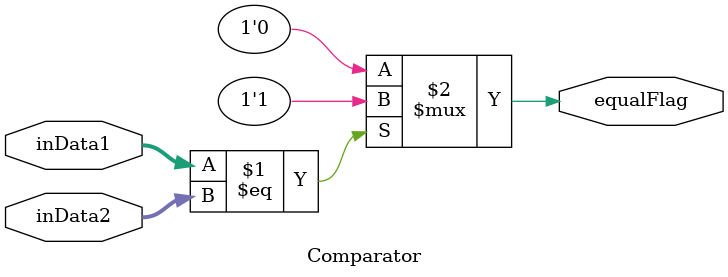
<source format=v>
module Comparator(inData1 ,inData2 ,equalFlag);

input [31:0]  inData1;
input [31:0]  inData2;
output equalFlag;

assign equalFlag = (inData1 == inData2) ? 1'b1 : 1'b0;

endmodule

</source>
